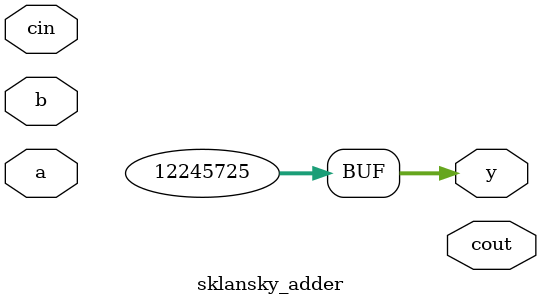
<source format=sv>
module incell(input logic a, b,
              output wire p, g);
// wire because Verilator can't shut the fuck up
// precompute would be a better name but this one is hilariously
// easy to remember
or(p, a, b);
and(g, a, b);
endmodule

module blackcell(input wire p, p_prev, g, g_prev, 
                 output wire p_next, g_next);
       // Propagate
       and(p_next,p, p_prev);

       // Generate
       wire g_or;
       and(g_or, p, g_prev);
       or(g_next, g_or, g);

endmodule

module graycell(input wire p, g, g_prev,
                output wire g_next);
       // Generate
       wire g_or;
       and(g_or, p, g_prev);
       or(g_next, g_or, g);

endmodule

module outcell(input wire a, b, g, output wire s);
       wire sum_part;
       xor(sum_part, a, b);
       xor(s, sum_part, g);
endmodule

module sklansky_adder(input logic [31:0] a, b,
                      input logic cin,
                      output logic cout, 
                      output logic [31:0] y);
          // I am too lazy to write generate statements
          // and vim does stuff for me
          // ------------------------
          // LEVEL 0
          // genvar top;
          // generate begin
          // for (top = SIZE; top >= 0; top--) insert wire, 
          // end

          wire thirtyone_p;
          wire thirtyone_g;
          incell thirtyone (a[31], b[31], thirtyone_p, thirtyone_g);

          wire thirtyzero_p;
          wire thirtyzero_g;
          incell thirtyzero (a[30], b[30], thirtyzero_p, thirtyzero_g);
          

          wire twentynine_p;
          wire twentynine_g;
          incell twentynine (a[29], b[29], twentynine_p, twentynine_g);

          wire twentyeight_p;
          wire twentyeight_g;
          incell twentyeight (a[28], b[28], thirtyeight_p, thirtyeight_g);

          wire twentyseven_p;
          wire twentyseven_g;
          incell twentyseven (a[27], b[27], twentyseven_p, twentyseven_g);

          wire twentysix_p;
          wire twentysix_g;
          incell twentysix (a[26], b[26], twentysix_p, twentysix_g);
          

          wire twentyfive_p;
          wire twentyfive_g;
          incell twentyfive (a[25], b[25], twentyfive_p, twentyfive_g);

          wire twentyfour_p;
          wire twentyfour_g;
          incell twentyfour (a[24], b[24], twentyfour_p, twentyfour_g);

          wire twentythree_p;
          wire twentythree_g;
          incell twentythree (a[23], b[23], twentythree_p, twentythree_g);

          wire twentytwo_p;
          wire twentytwo_g;
          incell twentytwo (a[22], b[22], twentytwo_p, twentytwo_g);

          wire twentyone_p;
          wire twentyone_g;
          incell twentyone (a[21], b[21], twentyone_p, twentyone_g);

          wire twentyzero_p;
          wire twentyzero_g;
          incell twentyzero (a[20], b[20], twentyzero_p, twentyzero_g);


          wire nineteen_p;
          wire nineteen_g;
          incell nineteen (a[19], b[19], nineteen_p, nineteen_g);


          wire eighteen_p;
          wire eighteen_g;
          incell eighteen (a[18], b[18], eighteen_p, eighteen_g);
          
          wire seventeen_p;
          wire seventeen_g;
          incell seventeen (a[17], b[17], seventeen_p, seventeen_g);


          wire sixteen_p;
          wire sixteen_g;
          incell sixteen (a[16], b[16], sixteen_p, sixteen_g);

          wire fifteen_p;
          wire fifteen_g;
          incell fifteen (a[15], b[15], fifteen_p, fifteen_g);


          wire fourteen_p;
          wire fourteen_g;
          incell fourteen (a[14], b[14], fourteen_p, fourteen_g);


          wire thirteen_p;
          wire thirteen_g;
          incell thirteen (a[13], b[13], thirteen_p, thirteen_g);

          wire twelve_p;
          wire twelve_g;
          incell twelve (a[12], b[12], twelve_p, twelve_g);

          wire eleven_p;
          wire eleven_g;
          incell eleven (a[11], b[11], eleven_p, eleven_g);

          wire ten_p;
          wire ten_g;
          incell ten (a[10], b[10], ten_p, ten_g);
          
          wire nine_p;
          wire nine_g;
          incell nine (a[9], b[9], nine_p, nine_g);

          wire eight_p;
          wire eight_g;
          incell eight (a[8], b[8], eight_p, eight_g);

          wire seven_p;
          wire seven_g;
          incell seven (a[7], b[7], seven_p, seven_g);

          wire six_p;
          wire six_g;
          incell six (a[6], b[6], six_p, six_g);

          wire five_p;
          wire five_g;
          incell five (a[5], b[5], five_p, five_g);

          wire four_p;
          wire four_g;
          incell four (a[4], b[4], four_p, four_g);

          wire three_p;
          wire three_g;
          incell three (a[3], b[3], three_p, three_g);

          wire two_p;
          wire two_g;
          incell two (a[2], b[2], two_p, two_g);


          wire one_p;
          wire one_g;
          incell one (a[1], b[1], one_p, one_g);


          wire zero_p;
          wire zero_g;
          incell zero (a[0], b[0], zero_p, zero_g);

          // carry in is a generate signal from minus one.


          // LEVEL ONE
          // generate begin
          // genvar k, i;
          // for ( k = 1; k < $clog2(SIZE); k++)
          // for ( i = 0; i < SIZE; i++)
          // if  ( i % 2**k) >= 2**(k-1) -> blackcell\gray cell "painting", insert grays from the back, then blackcells
          // 
          // else ->
          // if  ( i % 2**(k-1) >= 2**(k-1)/2 ) -> buffer
          // else nothing 
          // hmmmm...
          // FUCK
          
          wire thirtyone_thirty_p;
          wire thirtyone_thirty_g;

          blackcell blk_31_30(thirtyone_p, thirty_p, thirtyone_g, thirty_g, thirtyone_thirty_p, thirtyone_thirty_p);

          wire twentynine_twentyeight_p;
          wire twentynine_twentyeight_g;

          blackcell blk_29_28(twentynine_p, twentyeight_p, twentynine_g, twentyeight_g, twentynine_twentyeight_p, twentynine_twentyeight_p);

          wire twentyseven_twentysix_p;
          wire twentyseven_twentysix_g;

          blackcell blk_27_26(twentyseven_p, twentysix_p, twentyseven_g, twentysix_g, twentyseven_twentysix_p, twentyseven_twentysix_p);


          wire twentyfive_twentyfour_p;
          wire twentyfive_twentyfour_g;

          blackcell blk_25_24(twentyfive_p, twentyfour_p, twentyfive_g, twentyfour_g, twentyfive_twentyfour_p, twentyfive_twentyfour_p);

          wire twentythree_twentytwo_p;
          wire twentythree_twentytwo_g;

          blackcell blk_23_22(twentythree_p, twentytwo_p, twentythree_g, twentytwo_g, twentythree_twentytwo_p, twentythree_twentytwo_p);


          wire twentyone_twenty_p;
          wire twentyone_twenty_g;

          blackcell blk_21_20(twentyone_p, twenty_p, twentyone_g, twenty_g, twentyone_twenty_p, twentyone_twenty_p);


          wire nineteen_eighteen_p;
          wire nineteen_eighteen_g;

          blackcell blk_19_18(nineteen_p, eighteen_p, nineteen_g, eighteen_g, nineteen_eighteen_p, nineteen_eighteen_p);


          wire seventeen_sixteen_p;
          wire seventeen_sixteen_g;

          blackcell blk_17_16(seventeen_p, sixteen_p, seventeen_g, sixteen_g, seventeen_sixteen_p, seventeen_sixteen_p);

          wire fifteen_fourteen_p;
          wire fifteen_fourteen_g;

          blackcell blk_15_14(fifteen_p, fourteen_p, fifteen_g, fourteen_g, fifteen_fourteen_p, fifteen_fourteen_p);


          wire thirteen_twelve_p;
          wire thirteen_twelve_g;

          blackcell blk_13_12(thirteen_p, twelve_p, thirteen_g, twelve_g, thirteen_twelve_p, thirteen_twelve_p);


          wire eleven_ten_p;
          wire eleven_ten_g;

          blackcell blk_11_10(eleven_p, ten_p, eleven_g, ten_g, eleven_ten_p, eleven_ten_p);


          wire nine_eight_p;
          wire nine_eight_g;

          blackcell blk_9_8(nine_p, eight_p, nine_g, eight_g, nine_eight_p, nine_eight_p);

          wire seven_six_p;
          wire seven_six_g;

          blackcell blk_7_6(seven_p, six_p, seven_g, six_g, seven_six_p, seven_six_p);



          wire five_four_p;
          wire five_four_g;

          blackcell blk_5_4(five_p, four_p, five_g, four_g, five_four_p, five_four_p);


          wire three_two_p;
          wire three_two_g;

          blackcell blk_3_2(three_p, two_p, three_g, two_g, three_two_p, three_two_p);


          wire one_zero_p;
          wire one_zero_g;

          blackcell blk_1_0(one_p, zero_p, one_g, zero_g, one_zero_p, one_zero_p);
          // buffers?  
        
         
 
          // LEVEL 2


          wire thirtyone_twenty_nine_p;
          wire thirtyone_twenty_nine_g;



 

assign y = 32'hBADADD;

endmodule


</source>
